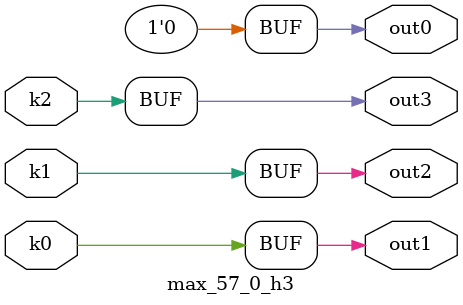
<source format=v>
module max_57_0(pi0, pi1, pi2, pi3, pi4, pi5, pi6, pi7, po0, po1, po2, po3);
input pi0, pi1, pi2, pi3, pi4, pi5, pi6, pi7;
output po0, po1, po2, po3;
wire k0, k1, k2;
max_57_0_w3 DUT1 (pi0, pi1, pi2, pi3, pi4, pi5, pi6, pi7, k0, k1, k2);
max_57_0_h3 DUT2 (k0, k1, k2, po0, po1, po2, po3);
endmodule

module max_57_0_w3(in7, in6, in5, in4, in3, in2, in1, in0, k2, k1, k0);
input in7, in6, in5, in4, in3, in2, in1, in0;
output k2, k1, k0;
assign k0 =   in0 ? ~in7 : ~in4;
assign k1 =   in0 ? ~in5 : ~in2;
assign k2 =   (((in7 & (~in4 | in1)) | (~in4 & in1)) & (in5 | ~in2) & (in6 | ~in3)) | (in6 & ~in3 & (in5 | ~in2)) | (in5 & ~in2);
endmodule

module max_57_0_h3(k2, k1, k0, out3, out2, out1, out0);
input k2, k1, k0;
output out3, out2, out1, out0;
assign out0 = 0;
assign out1 = k0;
assign out2 = k1;
assign out3 = k2;
endmodule

</source>
